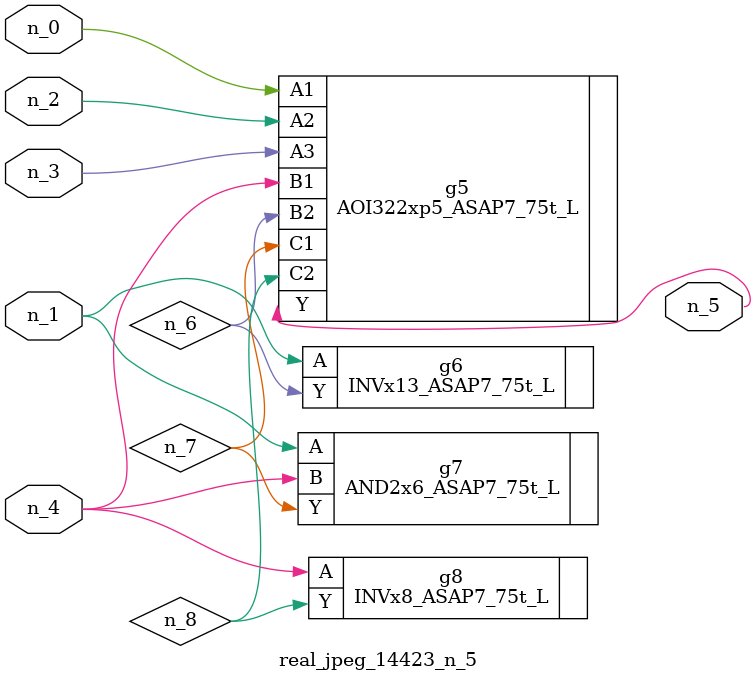
<source format=v>
module real_jpeg_14423_n_5 (n_4, n_0, n_1, n_2, n_3, n_5);

input n_4;
input n_0;
input n_1;
input n_2;
input n_3;

output n_5;

wire n_8;
wire n_6;
wire n_7;

AOI322xp5_ASAP7_75t_L g5 ( 
.A1(n_0),
.A2(n_2),
.A3(n_3),
.B1(n_4),
.B2(n_6),
.C1(n_7),
.C2(n_8),
.Y(n_5)
);

INVx13_ASAP7_75t_L g6 ( 
.A(n_1),
.Y(n_6)
);

AND2x6_ASAP7_75t_L g7 ( 
.A(n_1),
.B(n_4),
.Y(n_7)
);

INVx8_ASAP7_75t_L g8 ( 
.A(n_4),
.Y(n_8)
);


endmodule
</source>
